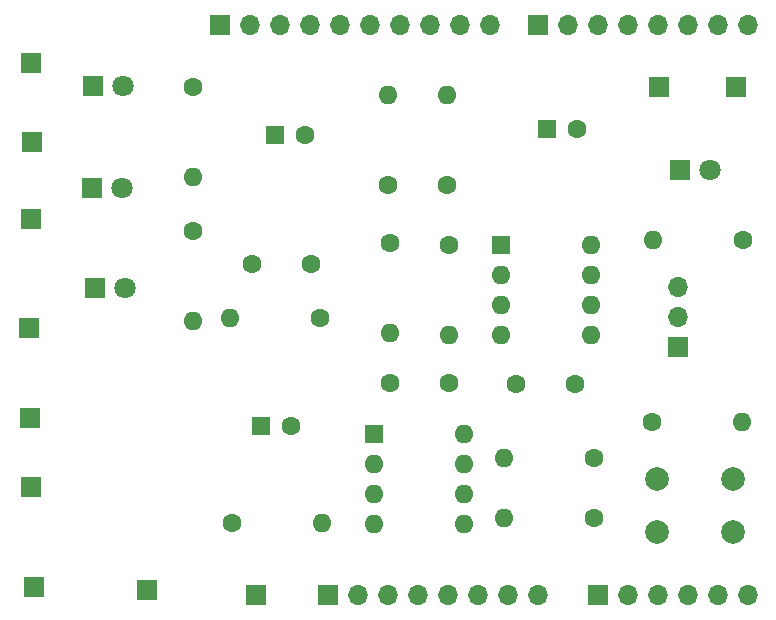
<source format=gbr>
%TF.GenerationSoftware,KiCad,Pcbnew,8.0.1*%
%TF.CreationDate,2024-05-19T12:18:13+02:00*%
%TF.ProjectId,80_KiCad,38305f4b-6943-4616-942e-6b696361645f,v1.1*%
%TF.SameCoordinates,Original*%
%TF.FileFunction,Soldermask,Top*%
%TF.FilePolarity,Negative*%
%FSLAX46Y46*%
G04 Gerber Fmt 4.6, Leading zero omitted, Abs format (unit mm)*
G04 Created by KiCad (PCBNEW 8.0.1) date 2024-05-19 12:18:13*
%MOMM*%
%LPD*%
G01*
G04 APERTURE LIST*
%ADD10R,1.700000X1.700000*%
%ADD11R,1.600000X1.600000*%
%ADD12O,1.600000X1.600000*%
%ADD13C,1.600000*%
%ADD14R,1.800000X1.800000*%
%ADD15C,1.800000*%
%ADD16C,2.000000*%
%ADD17O,1.700000X1.700000*%
G04 APERTURE END LIST*
D10*
%TO.C,A_In2_N1*%
X103075000Y-96775000D03*
%TD*%
%TO.C,A_In1_N1*%
X102800000Y-65625000D03*
%TD*%
%TO.C,A_In_P1*%
X102825000Y-88325000D03*
%TD*%
%TO.C,A2_Out1*%
X112625000Y-97075000D03*
%TD*%
D11*
%TO.C,U1*%
X142575000Y-67825000D03*
D12*
X142575000Y-70365000D03*
X142575000Y-72905000D03*
X142575000Y-75445000D03*
X150195000Y-75445000D03*
X150195000Y-72905000D03*
X150195000Y-70365000D03*
X150195000Y-67825000D03*
%TD*%
D11*
%TO.C,C2*%
X123500000Y-58500000D03*
D13*
X126000000Y-58500000D03*
%TD*%
D10*
%TO.C,VCC1*%
X102825000Y-52400000D03*
%TD*%
D13*
%TO.C,R10*%
X116500000Y-66690000D03*
D12*
X116500000Y-74310000D03*
%TD*%
D14*
%TO.C,D2*%
X107960000Y-63000000D03*
D15*
X110500000Y-63000000D03*
%TD*%
D13*
%TO.C,R9*%
X127310000Y-74000000D03*
D12*
X119690000Y-74000000D03*
%TD*%
D14*
%TO.C,D3*%
X108225000Y-71500000D03*
D15*
X110765000Y-71500000D03*
%TD*%
D13*
%TO.C,C5*%
X133225000Y-79550000D03*
X138225000Y-79550000D03*
%TD*%
%TO.C,R3*%
X133180000Y-67680000D03*
D12*
X133180000Y-75300000D03*
%TD*%
D13*
%TO.C,R1*%
X133000000Y-62810000D03*
D12*
X133000000Y-55190000D03*
%TD*%
D11*
%TO.C,U2*%
X131880000Y-83880000D03*
D12*
X131880000Y-86420000D03*
X131880000Y-88960000D03*
X131880000Y-91500000D03*
X139500000Y-91500000D03*
X139500000Y-88960000D03*
X139500000Y-86420000D03*
X139500000Y-83880000D03*
%TD*%
D10*
%TO.C,V_In1*%
X156000000Y-54500000D03*
%TD*%
%TO.C,GND*%
X102600000Y-74900000D03*
%TD*%
%TO.C,GND*%
X162500000Y-54500000D03*
%TD*%
%TO.C,V_Out1*%
X121900000Y-97500000D03*
%TD*%
D13*
%TO.C,R5*%
X119840000Y-91375000D03*
D12*
X127460000Y-91375000D03*
%TD*%
D14*
%TO.C,D1*%
X108025000Y-54425000D03*
D15*
X110565000Y-54425000D03*
%TD*%
D16*
%TO.C,SW1*%
X155775000Y-87675000D03*
X162275000Y-87675000D03*
X155775000Y-92175000D03*
X162275000Y-92175000D03*
%TD*%
D13*
%TO.C,C1*%
X121500000Y-69500000D03*
X126500000Y-69500000D03*
%TD*%
D10*
%TO.C,A1_Out1*%
X102750000Y-82475000D03*
%TD*%
D13*
%TO.C,R7*%
X150435000Y-85875000D03*
D12*
X142815000Y-85875000D03*
%TD*%
D13*
%TO.C,R11*%
X163085000Y-67425000D03*
D12*
X155465000Y-67425000D03*
%TD*%
D13*
%TO.C,R4*%
X138180000Y-67870000D03*
D12*
X138180000Y-75490000D03*
%TD*%
D13*
%TO.C,R6*%
X150485000Y-90975000D03*
D12*
X142865000Y-90975000D03*
%TD*%
D13*
%TO.C,R2*%
X138000000Y-62810000D03*
D12*
X138000000Y-55190000D03*
%TD*%
D10*
%TO.C,GND*%
X102900000Y-59100000D03*
%TD*%
D11*
%TO.C,C3*%
X146500000Y-58000000D03*
D13*
X149000000Y-58000000D03*
%TD*%
D14*
%TO.C,D4*%
X157725000Y-61500000D03*
D15*
X160265000Y-61500000D03*
%TD*%
D13*
%TO.C,R12*%
X155365000Y-82850000D03*
D12*
X162985000Y-82850000D03*
%TD*%
D13*
%TO.C,R8*%
X116500000Y-54500000D03*
D12*
X116500000Y-62120000D03*
%TD*%
D13*
%TO.C,C6*%
X148875000Y-79600000D03*
X143875000Y-79600000D03*
%TD*%
D11*
%TO.C,C4*%
X122300000Y-83200000D03*
D13*
X124800000Y-83200000D03*
%TD*%
D10*
%TO.C,J5*%
X157600000Y-76525000D03*
D17*
X157600000Y-73985000D03*
X157600000Y-71445000D03*
%TD*%
D10*
%TO.C,J1*%
X127940000Y-97460000D03*
D17*
X130480000Y-97460000D03*
X133020000Y-97460000D03*
X135560000Y-97460000D03*
X138100000Y-97460000D03*
X140640000Y-97460000D03*
X143180000Y-97460000D03*
X145720000Y-97460000D03*
%TD*%
D10*
%TO.C,J3*%
X150800000Y-97460000D03*
D17*
X153340000Y-97460000D03*
X155880000Y-97460000D03*
X158420000Y-97460000D03*
X160960000Y-97460000D03*
X163500000Y-97460000D03*
%TD*%
D10*
%TO.C,J2*%
X118796000Y-49200000D03*
D17*
X121336000Y-49200000D03*
X123876000Y-49200000D03*
X126416000Y-49200000D03*
X128956000Y-49200000D03*
X131496000Y-49200000D03*
X134036000Y-49200000D03*
X136576000Y-49200000D03*
X139116000Y-49200000D03*
X141656000Y-49200000D03*
%TD*%
D10*
%TO.C,J4*%
X145720000Y-49200000D03*
D17*
X148260000Y-49200000D03*
X150800000Y-49200000D03*
X153340000Y-49200000D03*
X155880000Y-49200000D03*
X158420000Y-49200000D03*
X160960000Y-49200000D03*
X163500000Y-49200000D03*
%TD*%
M02*

</source>
